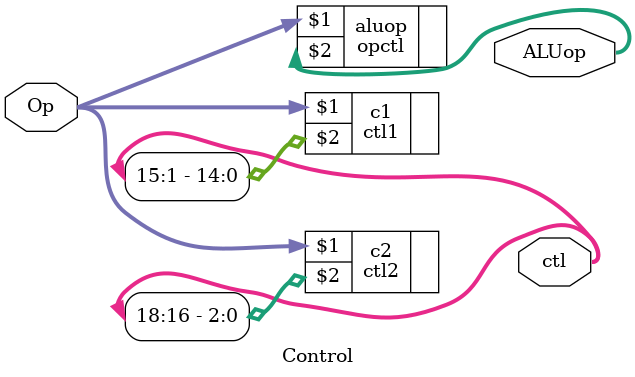
<source format=v>
`timescale 1ns / 1ps


module Control(
    input [5:0] Op,
    output [18:1] ctl,
    output [4:1] ALUop
    );
    
    ctl1 c1(Op,ctl[15:1]);
    ctl2 c2(Op,ctl[18:16]);
    opctl aluop(Op,ALUop);
endmodule

</source>
